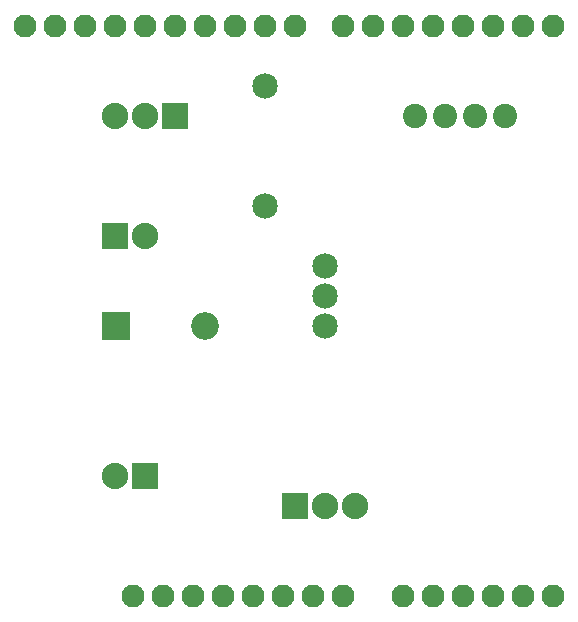
<source format=gbs>
G04 MADE WITH FRITZING*
G04 WWW.FRITZING.ORG*
G04 DOUBLE SIDED*
G04 HOLES PLATED*
G04 CONTOUR ON CENTER OF CONTOUR VECTOR*
%ASAXBY*%
%FSLAX23Y23*%
%MOIN*%
%OFA0B0*%
%SFA1.0B1.0*%
%ADD10C,0.076194*%
%ADD11C,0.076222*%
%ADD12C,0.088000*%
%ADD13C,0.085000*%
%ADD14C,0.092000*%
%ADD15C,0.081000*%
%ADD16C,0.080972*%
%ADD17R,0.088000X0.088000*%
%ADD18R,0.092000X0.092000*%
%LNMASK0*%
G90*
G70*
G54D10*
X2192Y164D03*
X2292Y164D03*
X2392Y164D03*
X2492Y164D03*
X2592Y164D03*
G54D11*
X1732Y2064D03*
X1632Y2064D03*
X1532Y2064D03*
X1432Y2064D03*
X1332Y2064D03*
X1232Y2064D03*
X1132Y2064D03*
X1032Y2064D03*
X932Y2064D03*
X832Y2064D03*
X2592Y2064D03*
X2492Y2064D03*
X2392Y2064D03*
X2292Y2064D03*
X2192Y2064D03*
X2092Y2064D03*
X1992Y2064D03*
X1892Y2064D03*
G54D10*
X1292Y164D03*
X1192Y164D03*
X1392Y164D03*
X1492Y164D03*
X1592Y164D03*
X1692Y164D03*
X1792Y164D03*
X1892Y164D03*
X2092Y164D03*
G54D12*
X1232Y564D03*
X1132Y564D03*
G54D13*
X1632Y1464D03*
X1632Y1864D03*
G54D14*
X1134Y1064D03*
X1432Y1064D03*
G54D12*
X1132Y1364D03*
X1232Y1364D03*
G54D15*
X2432Y1764D03*
X2332Y1764D03*
G54D16*
X2232Y1764D03*
X2132Y1764D03*
G54D12*
X1732Y464D03*
X1832Y464D03*
X1932Y464D03*
G54D13*
X1832Y1264D03*
X1832Y1164D03*
X1832Y1064D03*
G54D12*
X1332Y1764D03*
X1232Y1764D03*
X1132Y1764D03*
G54D17*
X1232Y564D03*
G54D18*
X1133Y1064D03*
G54D17*
X1132Y1364D03*
X1732Y464D03*
X1332Y1764D03*
G04 End of Mask0*
M02*
</source>
